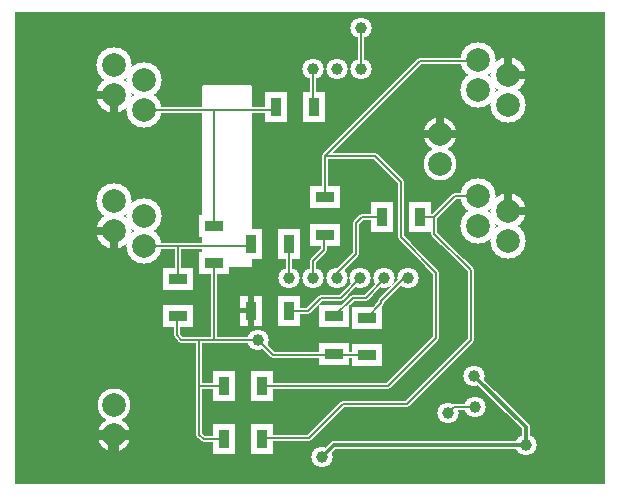
<source format=gbl>
%FSLAX34Y34*%
%MOMM*%
%LNCOPPER_BOTTOM*%
G71*
G01*
%ADD10C, 3.00*%
%ADD11C, 1.80*%
%ADD12C, 0.70*%
%ADD13C, 0.55*%
%ADD14C, 2.80*%
%ADD15R, 1.90X2.60*%
%ADD16R, 2.60X1.90*%
%ADD17C, 0.15*%
%ADD18C, 0.67*%
%ADD19C, 0.87*%
%ADD20C, 0.48*%
%ADD21C, 2.00*%
%ADD22C, 1.00*%
%ADD23C, 0.30*%
%ADD24R, 0.90X1.60*%
%ADD25R, 1.60X0.90*%
%LPD*%
G36*
X0Y500000D02*
X500000Y500000D01*
X500000Y100000D01*
X0Y100000D01*
X0Y500000D01*
G37*
%LPC*%
X84000Y455000D02*
G54D10*
D03*
X84000Y429600D02*
G54D10*
D03*
X109400Y442300D02*
G54D10*
D03*
X109400Y416900D02*
G54D10*
D03*
X84000Y340000D02*
G54D10*
D03*
X84000Y314600D02*
G54D10*
D03*
X109400Y327300D02*
G54D10*
D03*
X109400Y301900D02*
G54D10*
D03*
X417600Y306000D02*
G54D10*
D03*
X417600Y331400D02*
G54D10*
D03*
X392200Y318700D02*
G54D10*
D03*
X392200Y344100D02*
G54D10*
D03*
X417600Y421000D02*
G54D10*
D03*
X417600Y446400D02*
G54D10*
D03*
X392200Y433700D02*
G54D10*
D03*
X392200Y459100D02*
G54D10*
D03*
X389000Y192000D02*
G54D11*
D03*
X433000Y133000D02*
G54D11*
D03*
G54D12*
X433000Y133000D02*
X433000Y148000D01*
X389000Y192000D01*
X389500Y165500D02*
G54D11*
D03*
X367000Y160200D02*
G54D11*
D03*
G54D13*
X389500Y165500D02*
X372300Y165500D01*
X367000Y160200D01*
X292800Y486100D02*
G54D11*
D03*
X293000Y451800D02*
G54D11*
D03*
X272800Y451900D02*
G54D11*
D03*
X260000Y123000D02*
G54D11*
D03*
G54D12*
X433000Y133000D02*
X270000Y133000D01*
X260000Y123000D01*
X83610Y141390D02*
G54D14*
D03*
X83614Y166786D02*
G54D14*
D03*
X359700Y396700D02*
G54D14*
D03*
X359700Y371300D02*
G54D14*
D03*
X332600Y274400D02*
G54D11*
D03*
X312600Y274400D02*
G54D11*
D03*
X292600Y274400D02*
G54D11*
D03*
X272600Y274400D02*
G54D11*
D03*
X252600Y274400D02*
G54D11*
D03*
X232600Y274400D02*
G54D11*
D03*
X206000Y222000D02*
G54D11*
D03*
X232000Y247000D02*
G54D15*
D03*
X200000Y247000D02*
G54D15*
D03*
X270000Y242000D02*
G54D16*
D03*
X270000Y210000D02*
G54D16*
D03*
X298000Y241000D02*
G54D16*
D03*
X298000Y209000D02*
G54D16*
D03*
G54D13*
X332600Y274400D02*
X329400Y274400D01*
X310000Y255000D01*
X310000Y253000D01*
X298000Y241000D01*
G54D13*
X312600Y274400D02*
X312600Y273600D01*
X297000Y258000D01*
X286000Y258000D01*
X270000Y242000D01*
G54D13*
X292600Y274400D02*
X292400Y274400D01*
X276000Y258000D01*
X259000Y258000D01*
X248000Y247000D01*
X232000Y247000D01*
G54D13*
X206000Y222000D02*
X219000Y209000D01*
X298000Y209000D01*
X252800Y451900D02*
G54D11*
D03*
X253000Y419000D02*
G54D15*
D03*
X221000Y419000D02*
G54D15*
D03*
G54D13*
X252800Y451900D02*
X252800Y419200D01*
X253000Y419000D01*
G54D13*
X109400Y416900D02*
X218900Y416900D01*
X221000Y419000D01*
X232000Y303000D02*
G54D15*
D03*
X200000Y303000D02*
G54D15*
D03*
G54D13*
X232600Y274400D02*
X232600Y302400D01*
X232000Y303000D01*
G54D13*
X109400Y301900D02*
X198900Y301900D01*
X200000Y303000D01*
X169000Y319000D02*
G54D16*
D03*
X169000Y287000D02*
G54D16*
D03*
X138000Y274000D02*
G54D16*
D03*
X138000Y242000D02*
G54D16*
D03*
G54D13*
X169000Y319000D02*
X169000Y417000D01*
G54D13*
X138000Y274000D02*
X138000Y302000D01*
G54D13*
X206000Y222000D02*
X141000Y222000D01*
X137000Y226000D01*
X137000Y241000D01*
X138000Y242000D01*
G54D13*
X169000Y287000D02*
X169000Y222000D01*
G54D13*
X292800Y486100D02*
X292800Y452000D01*
X293000Y451800D01*
X263000Y343000D02*
G54D16*
D03*
X263000Y311000D02*
G54D16*
D03*
G54D13*
X252600Y274400D02*
X252600Y288600D01*
X262000Y298000D01*
X262000Y310000D01*
X263000Y311000D01*
G54D13*
X263000Y343000D02*
X263000Y378000D01*
X343000Y458000D01*
X391100Y458000D01*
X392200Y459100D01*
X343000Y326000D02*
G54D15*
D03*
X311000Y326000D02*
G54D15*
D03*
G54D13*
X272600Y274400D02*
X272600Y278600D01*
X289000Y295000D01*
X289000Y321000D01*
X294000Y326000D01*
X311000Y326000D01*
G54D13*
X343000Y326000D02*
X355000Y326000D01*
X373000Y344000D01*
X392100Y344000D01*
X392200Y344100D01*
X209000Y183000D02*
G54D15*
D03*
X177000Y183000D02*
G54D15*
D03*
X209000Y138000D02*
G54D15*
D03*
X177000Y138000D02*
G54D15*
D03*
G54D13*
X355000Y326000D02*
X355000Y312000D01*
X386000Y281000D01*
X386000Y222000D01*
X332000Y168000D01*
X278000Y168000D01*
X249000Y139000D01*
X210000Y139000D01*
X209000Y138000D01*
G54D13*
X263000Y378000D02*
X305000Y378000D01*
X327000Y356000D01*
X327000Y309000D01*
X357000Y279000D01*
X357000Y224000D01*
X316000Y183000D01*
X209000Y183000D01*
G54D13*
X156000Y222000D02*
X156000Y142000D01*
X160000Y138000D01*
X177000Y138000D01*
G54D13*
X177000Y183000D02*
X156000Y183000D01*
G36*
X159000Y437000D02*
X200000Y437000D01*
X200000Y285000D01*
X159000Y285000D01*
X159000Y437000D01*
G37*
G54D17*
X159000Y437000D02*
X200000Y437000D01*
X200000Y285000D01*
X159000Y285000D01*
X159000Y437000D01*
%LPD*%
G54D18*
G36*
X87333Y429600D02*
X87333Y414100D01*
X80667Y414100D01*
X80667Y429600D01*
X87333Y429600D01*
G37*
G36*
X84000Y426267D02*
X68500Y426267D01*
X68500Y432933D01*
X84000Y432933D01*
X84000Y426267D01*
G37*
G54D18*
G36*
X87333Y314600D02*
X87333Y299100D01*
X80667Y299100D01*
X80667Y314600D01*
X87333Y314600D01*
G37*
G36*
X84000Y311267D02*
X68500Y311267D01*
X68500Y317933D01*
X84000Y317933D01*
X84000Y311267D01*
G37*
G54D18*
G36*
X414267Y331400D02*
X414267Y346900D01*
X420933Y346900D01*
X420933Y331400D01*
X414267Y331400D01*
G37*
G36*
X417600Y334733D02*
X433100Y334733D01*
X433100Y328067D01*
X417600Y328067D01*
X417600Y334733D01*
G37*
G54D18*
G36*
X414267Y446400D02*
X414267Y461900D01*
X420933Y461900D01*
X420933Y446400D01*
X414267Y446400D01*
G37*
G36*
X417600Y449733D02*
X433100Y449733D01*
X433100Y443067D01*
X417600Y443067D01*
X417600Y449733D01*
G37*
G54D19*
G36*
X83610Y137057D02*
X69110Y137057D01*
X69110Y145723D01*
X83610Y145723D01*
X83610Y137057D01*
G37*
G36*
X83610Y145723D02*
X98110Y145723D01*
X98110Y137057D01*
X83610Y137057D01*
X83610Y145723D01*
G37*
G36*
X87943Y141390D02*
X87943Y126890D01*
X79277Y126890D01*
X79277Y141390D01*
X87943Y141390D01*
G37*
G54D18*
G36*
X359700Y400033D02*
X374200Y400033D01*
X374200Y393367D01*
X359700Y393367D01*
X359700Y400033D01*
G37*
G36*
X359700Y393367D02*
X345200Y393367D01*
X345200Y400033D01*
X359700Y400033D01*
X359700Y393367D01*
G37*
G36*
X356367Y396700D02*
X356367Y411200D01*
X363033Y411200D01*
X363033Y396700D01*
X356367Y396700D01*
G37*
G54D20*
G36*
X202415Y247000D02*
X202415Y233500D01*
X197585Y233500D01*
X197585Y247000D01*
X202415Y247000D01*
G37*
G36*
X200000Y244585D02*
X190000Y244585D01*
X190000Y249415D01*
X200000Y249415D01*
X200000Y244585D01*
G37*
G36*
X197585Y247000D02*
X197585Y260500D01*
X202415Y260500D01*
X202415Y247000D01*
X197585Y247000D01*
G37*
X84000Y455000D02*
G54D21*
D03*
X84000Y429600D02*
G54D21*
D03*
X109400Y442300D02*
G54D21*
D03*
X109400Y416900D02*
G54D21*
D03*
X84000Y340000D02*
G54D21*
D03*
X84000Y314600D02*
G54D21*
D03*
X109400Y327300D02*
G54D21*
D03*
X109400Y301900D02*
G54D21*
D03*
X417600Y306000D02*
G54D21*
D03*
X417600Y331400D02*
G54D21*
D03*
X392200Y318700D02*
G54D21*
D03*
X392200Y344100D02*
G54D21*
D03*
X417600Y421000D02*
G54D21*
D03*
X417600Y446400D02*
G54D21*
D03*
X392200Y433700D02*
G54D21*
D03*
X392200Y459100D02*
G54D21*
D03*
X389000Y192000D02*
G54D22*
D03*
X433000Y133000D02*
G54D22*
D03*
G54D23*
X433000Y133000D02*
X433000Y148000D01*
X389000Y192000D01*
X389500Y165500D02*
G54D22*
D03*
X367000Y160200D02*
G54D22*
D03*
G54D17*
X389500Y165500D02*
X372300Y165500D01*
X367000Y160200D01*
X292800Y486100D02*
G54D22*
D03*
X293000Y451800D02*
G54D22*
D03*
X272800Y451900D02*
G54D22*
D03*
X260000Y123000D02*
G54D22*
D03*
G54D23*
X433000Y133000D02*
X270000Y133000D01*
X260000Y123000D01*
X83610Y141390D02*
G54D21*
D03*
X83614Y166786D02*
G54D21*
D03*
X359700Y396700D02*
G54D21*
D03*
X359700Y371300D02*
G54D21*
D03*
X332600Y274400D02*
G54D22*
D03*
X312600Y274400D02*
G54D22*
D03*
X292600Y274400D02*
G54D22*
D03*
X272600Y274400D02*
G54D22*
D03*
X252600Y274400D02*
G54D22*
D03*
X232600Y274400D02*
G54D22*
D03*
X206000Y222000D02*
G54D22*
D03*
X232000Y247000D02*
G54D24*
D03*
X200000Y247000D02*
G54D24*
D03*
X270000Y242000D02*
G54D25*
D03*
X270000Y210000D02*
G54D25*
D03*
X298000Y241000D02*
G54D25*
D03*
X298000Y209000D02*
G54D25*
D03*
G54D17*
X332600Y274400D02*
X329400Y274400D01*
X310000Y255000D01*
X310000Y253000D01*
X298000Y241000D01*
G54D17*
X312600Y274400D02*
X312600Y273600D01*
X297000Y258000D01*
X286000Y258000D01*
X270000Y242000D01*
G54D17*
X292600Y274400D02*
X292400Y274400D01*
X276000Y258000D01*
X259000Y258000D01*
X248000Y247000D01*
X232000Y247000D01*
G54D17*
X206000Y222000D02*
X219000Y209000D01*
X298000Y209000D01*
X252800Y451900D02*
G54D22*
D03*
X253000Y419000D02*
G54D24*
D03*
X221000Y419000D02*
G54D24*
D03*
G54D17*
X252800Y451900D02*
X252800Y419200D01*
X253000Y419000D01*
G54D17*
X109400Y416900D02*
X218900Y416900D01*
X221000Y419000D01*
X232000Y303000D02*
G54D24*
D03*
X200000Y303000D02*
G54D24*
D03*
G54D17*
X232600Y274400D02*
X232600Y302400D01*
X232000Y303000D01*
G54D17*
X109400Y301900D02*
X198900Y301900D01*
X200000Y303000D01*
X169000Y319000D02*
G54D25*
D03*
X169000Y287000D02*
G54D25*
D03*
X138000Y274000D02*
G54D25*
D03*
X138000Y242000D02*
G54D25*
D03*
G54D17*
X169000Y319000D02*
X169000Y417000D01*
G54D17*
X138000Y274000D02*
X138000Y302000D01*
G54D17*
X206000Y222000D02*
X141000Y222000D01*
X137000Y226000D01*
X137000Y241000D01*
X138000Y242000D01*
G54D17*
X169000Y287000D02*
X169000Y222000D01*
G54D17*
X292800Y486100D02*
X292800Y452000D01*
X293000Y451800D01*
X263000Y343000D02*
G54D25*
D03*
X263000Y311000D02*
G54D25*
D03*
G54D17*
X252600Y274400D02*
X252600Y288600D01*
X262000Y298000D01*
X262000Y310000D01*
X263000Y311000D01*
G54D17*
X263000Y343000D02*
X263000Y378000D01*
X343000Y458000D01*
X391100Y458000D01*
X392200Y459100D01*
X343000Y326000D02*
G54D24*
D03*
X311000Y326000D02*
G54D24*
D03*
G54D17*
X272600Y274400D02*
X272600Y278600D01*
X289000Y295000D01*
X289000Y321000D01*
X294000Y326000D01*
X311000Y326000D01*
G54D17*
X343000Y326000D02*
X355000Y326000D01*
X373000Y344000D01*
X392100Y344000D01*
X392200Y344100D01*
X209000Y183000D02*
G54D24*
D03*
X177000Y183000D02*
G54D24*
D03*
X209000Y138000D02*
G54D24*
D03*
X177000Y138000D02*
G54D24*
D03*
G54D17*
X355000Y326000D02*
X355000Y312000D01*
X386000Y281000D01*
X386000Y222000D01*
X332000Y168000D01*
X278000Y168000D01*
X249000Y139000D01*
X210000Y139000D01*
X209000Y138000D01*
G54D17*
X263000Y378000D02*
X305000Y378000D01*
X327000Y356000D01*
X327000Y309000D01*
X357000Y279000D01*
X357000Y224000D01*
X316000Y183000D01*
X209000Y183000D01*
G54D17*
X156000Y222000D02*
X156000Y142000D01*
X160000Y138000D01*
X177000Y138000D01*
G54D17*
X177000Y183000D02*
X156000Y183000D01*
M02*

</source>
